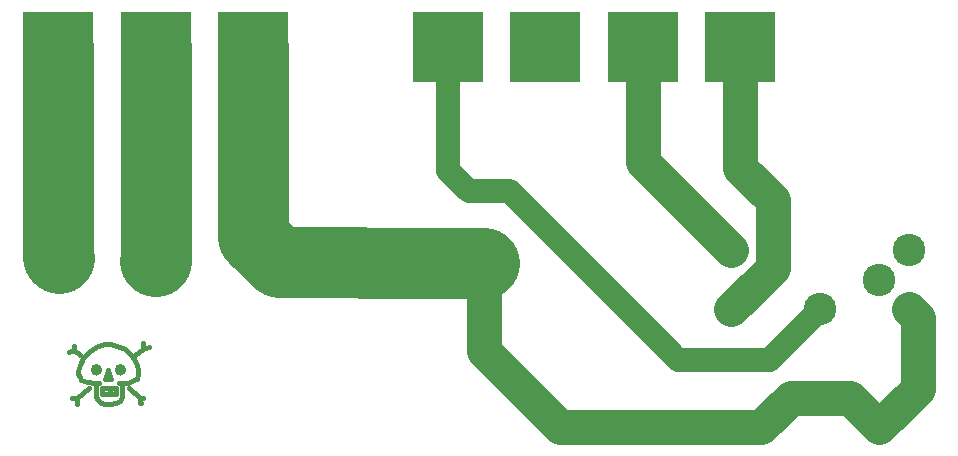
<source format=gbr>
G04 #@! TF.GenerationSoftware,KiCad,Pcbnew,(5.1.4-0-10_14)*
G04 #@! TF.CreationDate,2020-01-17T15:41:54-05:00*
G04 #@! TF.ProjectId,rt65b-breakout,72743635-622d-4627-9265-616b6f75742e,rev?*
G04 #@! TF.SameCoordinates,Original*
G04 #@! TF.FileFunction,Copper,L1,Top*
G04 #@! TF.FilePolarity,Positive*
%FSLAX46Y46*%
G04 Gerber Fmt 4.6, Leading zero omitted, Abs format (unit mm)*
G04 Created by KiCad (PCBNEW (5.1.4-0-10_14)) date 2020-01-17 15:41:54*
%MOMM*%
%LPD*%
G04 APERTURE LIST*
%ADD10C,0.381000*%
%ADD11C,2.750000*%
%ADD12C,2.500000*%
%ADD13C,0.800000*%
%ADD14R,6.000000X6.000000*%
%ADD15C,3.000000*%
%ADD16C,6.000000*%
%ADD17C,2.000000*%
G04 APERTURE END LIST*
D10*
X118770000Y-72762000D02*
X118389000Y-72762000D01*
X119151000Y-72762000D02*
X118770000Y-72762000D01*
X119659000Y-72508000D02*
X119151000Y-72762000D01*
X119913000Y-72381000D02*
X119659000Y-72508000D01*
X120040000Y-72000000D02*
X119913000Y-72381000D01*
X120040000Y-71619000D02*
X120040000Y-72000000D01*
X119913000Y-71238000D02*
X120040000Y-71619000D01*
X119659000Y-70730000D02*
X119913000Y-71238000D01*
X119405000Y-70349000D02*
X119659000Y-70730000D01*
X118897000Y-69841000D02*
X119405000Y-70349000D01*
X118262000Y-69587000D02*
X118897000Y-69841000D01*
X117627000Y-69460000D02*
X118262000Y-69587000D01*
X117119000Y-69460000D02*
X117627000Y-69460000D01*
X116484000Y-69714000D02*
X117119000Y-69460000D01*
X115849000Y-70095000D02*
X116484000Y-69714000D01*
X115341000Y-70603000D02*
X115849000Y-70095000D01*
X115087000Y-71238000D02*
X115341000Y-70603000D01*
X114960000Y-71746000D02*
X115087000Y-71238000D01*
X114960000Y-72000000D02*
X114960000Y-71746000D01*
X116357000Y-72762000D02*
X116738000Y-72762000D01*
X115722000Y-72635000D02*
X116357000Y-72762000D01*
X115214000Y-72508000D02*
X115722000Y-72635000D01*
X115087000Y-72254000D02*
X115214000Y-72508000D01*
X114960000Y-72000000D02*
X115087000Y-72254000D01*
X116484000Y-73524000D02*
X116484000Y-72762000D01*
X116484000Y-73905000D02*
X116484000Y-73524000D01*
X117627000Y-74540000D02*
X117246000Y-74540000D01*
X118135000Y-74413000D02*
X117627000Y-74540000D01*
X118516000Y-74286000D02*
X118135000Y-74413000D01*
X118643000Y-73905000D02*
X118516000Y-74286000D01*
X118643000Y-73524000D02*
X118643000Y-73905000D01*
X118643000Y-72762000D02*
X118643000Y-73524000D01*
X116865000Y-74413000D02*
X117246000Y-74540000D01*
X116611000Y-74159000D02*
X116865000Y-74413000D01*
X116484000Y-73905000D02*
X116611000Y-74159000D01*
X117246000Y-72381000D02*
X117500000Y-71619000D01*
X117754000Y-72381000D02*
X117246000Y-72381000D01*
X117500000Y-71619000D02*
X117754000Y-72381000D01*
X118799981Y-71619000D02*
G75*
G03X118799981Y-71619000I-283981J0D01*
G01*
X116767981Y-71619000D02*
G75*
G03X116767981Y-71619000I-283981J0D01*
G01*
X116992000Y-73651000D02*
X116992000Y-73143000D01*
X118135000Y-73651000D02*
X116992000Y-73651000D01*
X118135000Y-73143000D02*
X118135000Y-73651000D01*
X116992000Y-73143000D02*
X118135000Y-73143000D01*
X117627000Y-73270000D02*
X117627000Y-73524000D01*
X119786000Y-70349000D02*
X120421000Y-69841000D01*
X120421000Y-69841000D02*
X120421000Y-69333000D01*
X120421000Y-69841000D02*
X120929000Y-69714000D01*
X115849000Y-73143000D02*
X114833000Y-74032000D01*
X114833000Y-74032000D02*
X114452000Y-74032000D01*
X114833000Y-74032000D02*
X114833000Y-74540000D01*
X115087000Y-70349000D02*
X114579000Y-69968000D01*
X114579000Y-69968000D02*
X114579000Y-69587000D01*
X114579000Y-69968000D02*
X114198000Y-70095000D01*
X120167000Y-74032000D02*
X120421000Y-74032000D01*
X119278000Y-73143000D02*
X120167000Y-74032000D01*
X120167000Y-74413000D02*
X120294000Y-74413000D01*
X120167000Y-74032000D02*
X120167000Y-74413000D01*
D11*
X185250000Y-61500000D03*
X170250000Y-61500000D03*
X182750000Y-64000000D03*
X172750000Y-64000000D03*
X185250000Y-66500000D03*
X170250000Y-66500000D03*
X177750000Y-66500000D03*
D12*
X182750000Y-76500000D03*
X172750000Y-76500000D03*
X177750000Y-74000000D03*
X149260000Y-62550000D03*
X121320000Y-62550000D03*
X113700000Y-62550000D03*
D13*
X172590990Y-42659010D03*
X171000000Y-42000000D03*
X169409010Y-42659010D03*
X168750000Y-44250000D03*
X169409010Y-45840990D03*
X171000000Y-46500000D03*
X172590990Y-45840990D03*
X173250000Y-44250000D03*
D14*
X171000000Y-44250000D03*
X113250000Y-44250000D03*
D13*
X115500000Y-44250000D03*
X114840990Y-45840990D03*
X113250000Y-46500000D03*
X111659010Y-45840990D03*
X111000000Y-44250000D03*
X111659010Y-42659010D03*
X113250000Y-42000000D03*
X114840990Y-42659010D03*
D14*
X129750000Y-44250000D03*
D13*
X132000000Y-44250000D03*
X131340990Y-45840990D03*
X129750000Y-46500000D03*
X128159010Y-45840990D03*
X127500000Y-44250000D03*
X128159010Y-42659010D03*
X129750000Y-42000000D03*
X131340990Y-42659010D03*
D14*
X121500000Y-44250000D03*
D13*
X123750000Y-44250000D03*
X123090990Y-45840990D03*
X121500000Y-46500000D03*
X119909010Y-45840990D03*
X119250000Y-44250000D03*
X119909010Y-42659010D03*
X121500000Y-42000000D03*
X123090990Y-42659010D03*
D14*
X162750000Y-44250000D03*
D13*
X165000000Y-44250000D03*
X164340990Y-45840990D03*
X162750000Y-46500000D03*
X161159010Y-45840990D03*
X160500000Y-44250000D03*
X161159010Y-42659010D03*
X162750000Y-42000000D03*
X164340990Y-42659010D03*
D14*
X146250000Y-44250000D03*
D13*
X148500000Y-44250000D03*
X147840990Y-45840990D03*
X146250000Y-46500000D03*
X144659010Y-45840990D03*
X144000000Y-44250000D03*
X144659010Y-42659010D03*
X146250000Y-42000000D03*
X147840990Y-42659010D03*
D14*
X154500000Y-44250000D03*
D13*
X156750000Y-44250000D03*
X156090990Y-45840990D03*
X154500000Y-46500000D03*
X152909010Y-45840990D03*
X152250000Y-44250000D03*
X152909010Y-42659010D03*
X154500000Y-42000000D03*
X156090990Y-42659010D03*
D15*
X172750000Y-76500000D02*
X175250000Y-74000000D01*
X175250000Y-74000000D02*
X177750000Y-74000000D01*
X180250000Y-74000000D02*
X182750000Y-76500000D01*
X177750000Y-74000000D02*
X180250000Y-74000000D01*
X149260000Y-62550000D02*
X149260000Y-70010000D01*
X155750000Y-76500000D02*
X172750000Y-76500000D01*
X149260000Y-70010000D02*
X155750000Y-76500000D01*
D16*
X131900000Y-62500000D02*
X129750000Y-60350000D01*
X138939148Y-62500000D02*
X131900000Y-62500000D01*
X138989148Y-62550000D02*
X138939148Y-62500000D01*
X129750000Y-60350000D02*
X129750000Y-44250000D01*
X149260000Y-62550000D02*
X138989148Y-62550000D01*
D15*
X186000000Y-67250000D02*
X185250000Y-66500000D01*
X186000000Y-73250000D02*
X186000000Y-67250000D01*
X182750000Y-76500000D02*
X186000000Y-73250000D01*
D17*
X173500000Y-70750000D02*
X177750000Y-66500000D01*
X146250000Y-44250000D02*
X146250000Y-54750000D01*
X165750000Y-70750000D02*
X173500000Y-70750000D01*
X148000000Y-56500000D02*
X151500000Y-56500000D01*
X151500000Y-56500000D02*
X165750000Y-70750000D01*
X146250000Y-54750000D02*
X148000000Y-56500000D01*
D15*
X162750000Y-54000000D02*
X162750000Y-44250000D01*
X170250000Y-61500000D02*
X162750000Y-54000000D01*
X170250000Y-66500000D02*
X172750000Y-64000000D01*
X173750000Y-63000000D02*
X172750000Y-64000000D01*
X173750000Y-57250000D02*
X173750000Y-63000000D01*
X171000000Y-54500000D02*
X173750000Y-57250000D01*
X171000000Y-44250000D02*
X171000000Y-54500000D01*
D16*
X113250000Y-62100000D02*
X113274990Y-62124990D01*
X113250000Y-44250000D02*
X113250000Y-62100000D01*
X121500000Y-62370000D02*
X121475010Y-62394990D01*
X121500000Y-44250000D02*
X121500000Y-62370000D01*
M02*

</source>
